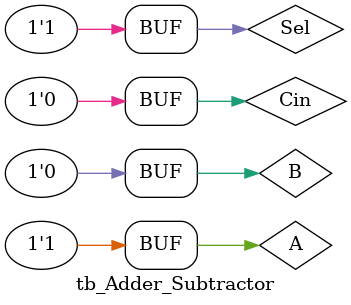
<source format=v>
`timescale 1ns / 1ps


module tb_Adder_Subtractor;

	// Inputs
	reg A;
	reg B;
	reg Cin;
	reg Sel;

	// Outputs
	wire S;
	wire Cout;

	// Instantiate the Unit Under Test (UUT)
	Adder_Subtractor uut (
		.A(A), 
		.B(B), 
		.Cin(Cin), 
		.Sel(Sel), 
		.S(S), 
		.Cout(Cout)
	);

	initial begin
		// Initialize Inputs
		A = 0;
		B = 0;
		Cin = 0;
		Sel = 0;

		// Wait 100 ns for global reset to finish
		A= 1'b0; B = 1'b0; Cin = 1'b0; Sel = 1'b0;
		#100;
		
		A= 1'b1; B = 1'b0; Cin = 1'b0; Sel = 1'b0;
		#100;
		
		A= 1'b1; B = 1'b1; Cin = 1'b0; Sel = 1'b0;
		#100;
		
		A= 1'b1; B = 1'b0; Cin = 1'b1; Sel = 1'b0;
		#100;
		
		A= 1'b0; B = 1'b0; Cin = 1'b0; Sel = 1'b1;
		#100;
		
		A= 1'b1; B = 1'b0; Cin = 1'b0; Sel = 1'b1;
		#100;
        
		// Add stimulus here

	end
      
endmodule


</source>
